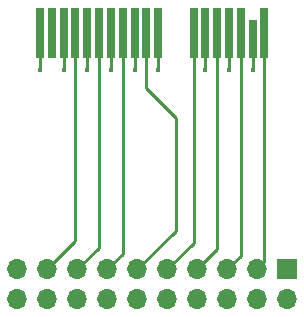
<source format=gbr>
%TF.GenerationSoftware,KiCad,Pcbnew,7.0.7-7.0.7~ubuntu22.04.1*%
%TF.CreationDate,2023-10-27T12:25:05+02:00*%
%TF.ProjectId,logic_probe,6c6f6769-635f-4707-926f-62652e6b6963,rev?*%
%TF.SameCoordinates,Original*%
%TF.FileFunction,Copper,L4,Bot*%
%TF.FilePolarity,Positive*%
%FSLAX46Y46*%
G04 Gerber Fmt 4.6, Leading zero omitted, Abs format (unit mm)*
G04 Created by KiCad (PCBNEW 7.0.7-7.0.7~ubuntu22.04.1) date 2023-10-27 12:25:05*
%MOMM*%
%LPD*%
G01*
G04 APERTURE LIST*
%TA.AperFunction,ComponentPad*%
%ADD10R,1.700000X1.700000*%
%TD*%
%TA.AperFunction,ComponentPad*%
%ADD11O,1.700000X1.700000*%
%TD*%
%TA.AperFunction,ConnectorPad*%
%ADD12R,0.700000X4.300000*%
%TD*%
%TA.AperFunction,ConnectorPad*%
%ADD13R,0.700000X3.200000*%
%TD*%
%TA.AperFunction,ViaPad*%
%ADD14C,0.400000*%
%TD*%
%TA.AperFunction,Conductor*%
%ADD15C,0.250000*%
%TD*%
G04 APERTURE END LIST*
D10*
%TO.P,J2,1,Pin_1*%
%TO.N,GND*%
X111435000Y-102350000D03*
D11*
%TO.P,J2,2,Pin_2*%
X111435000Y-104890000D03*
%TO.P,J2,3,Pin_3*%
%TO.N,/D0*%
X108895000Y-102350000D03*
%TO.P,J2,4,Pin_4*%
%TO.N,/D8*%
X108895000Y-104890000D03*
%TO.P,J2,5,Pin_5*%
%TO.N,/D1*%
X106355000Y-102350000D03*
%TO.P,J2,6,Pin_6*%
%TO.N,/D9*%
X106355000Y-104890000D03*
%TO.P,J2,7,Pin_7*%
%TO.N,/D2*%
X103815000Y-102350000D03*
%TO.P,J2,8,Pin_8*%
%TO.N,/D10*%
X103815000Y-104890000D03*
%TO.P,J2,9,Pin_9*%
%TO.N,/D3*%
X101275000Y-102350000D03*
%TO.P,J2,10,Pin_10*%
%TO.N,/D11*%
X101275000Y-104890000D03*
%TO.P,J2,11,Pin_11*%
%TO.N,/D4*%
X98735000Y-102350000D03*
%TO.P,J2,12,Pin_12*%
%TO.N,/D12*%
X98735000Y-104890000D03*
%TO.P,J2,13,Pin_13*%
%TO.N,/D5*%
X96195000Y-102350000D03*
%TO.P,J2,14,Pin_14*%
%TO.N,/D13*%
X96195000Y-104890000D03*
%TO.P,J2,15,Pin_15*%
%TO.N,/D6*%
X93655000Y-102350000D03*
%TO.P,J2,16,Pin_16*%
%TO.N,/D14*%
X93655000Y-104890000D03*
%TO.P,J2,17,Pin_17*%
%TO.N,/D7*%
X91115000Y-102350000D03*
%TO.P,J2,18,Pin_18*%
%TO.N,/D15*%
X91115000Y-104890000D03*
%TO.P,J2,19,Pin_19*%
%TO.N,GND*%
X88575000Y-102350000D03*
%TO.P,J2,20,Pin_20*%
X88575000Y-104890000D03*
%TD*%
D12*
%TO.P,J1,B18,B18*%
%TO.N,/D0*%
X109500000Y-82300000D03*
D13*
%TO.P,J1,B17,B17*%
%TO.N,GND*%
X108500000Y-82850000D03*
D12*
%TO.P,J1,B16,B16*%
%TO.N,/D1*%
X107500000Y-82300000D03*
%TO.P,J1,B15,B15*%
%TO.N,GND*%
X106500000Y-82300000D03*
%TO.P,J1,B14,B14*%
%TO.N,/D2*%
X105500000Y-82300000D03*
%TO.P,J1,B13,B13*%
%TO.N,GND*%
X104500000Y-82300000D03*
%TO.P,J1,B12,B12*%
%TO.N,/D3*%
X103500000Y-82300000D03*
%TO.P,J1,B11,B11*%
%TO.N,GND*%
X100500000Y-82300000D03*
%TO.P,J1,B10,B10*%
%TO.N,/D4*%
X99500000Y-82300000D03*
%TO.P,J1,B9,B9*%
%TO.N,GND*%
X98500000Y-82300000D03*
%TO.P,J1,B8,B8*%
%TO.N,/D5*%
X97500000Y-82300000D03*
%TO.P,J1,B7,B7*%
%TO.N,GND*%
X96500000Y-82300000D03*
%TO.P,J1,B6,B6*%
%TO.N,/D6*%
X95500000Y-82300000D03*
%TO.P,J1,B5,B5*%
%TO.N,GND*%
X94500000Y-82300000D03*
%TO.P,J1,B4,B4*%
%TO.N,/D7*%
X93500000Y-82300000D03*
%TO.P,J1,B3,B3*%
%TO.N,GND*%
X92500000Y-82300000D03*
%TO.P,J1,B2,B2*%
%TO.N,unconnected-(J1-PadB2)*%
X91500000Y-82300000D03*
%TO.P,J1,B1,B1*%
%TO.N,GND*%
X90500000Y-82300000D03*
%TD*%
D14*
%TO.N,GND*%
X108500000Y-85500000D03*
X106500000Y-85500000D03*
X104500000Y-85500000D03*
X100500000Y-85500000D03*
X98500000Y-85500000D03*
X96500000Y-85500000D03*
X94500000Y-85500000D03*
X92500000Y-85500000D03*
X90500000Y-85500000D03*
%TD*%
D15*
%TO.N,/D4*%
X98735000Y-102350000D02*
X102000000Y-99085000D01*
X102000000Y-99085000D02*
X102000000Y-89500000D01*
X102000000Y-89500000D02*
X99500000Y-87000000D01*
X99500000Y-87000000D02*
X99500000Y-82300000D01*
%TO.N,/D0*%
X108895000Y-102350000D02*
X109500000Y-101745000D01*
X109500000Y-101745000D02*
X109500000Y-82300000D01*
%TO.N,/D1*%
X106355000Y-102350000D02*
X107500000Y-101205000D01*
X107500000Y-101205000D02*
X107500000Y-82300000D01*
%TO.N,/D2*%
X103815000Y-102350000D02*
X105500000Y-100665000D01*
X105500000Y-100665000D02*
X105500000Y-82300000D01*
%TO.N,/D3*%
X101275000Y-102350000D02*
X103500000Y-100125000D01*
X103500000Y-100125000D02*
X103500000Y-82300000D01*
%TO.N,/D5*%
X96195000Y-102350000D02*
X97500000Y-101045000D01*
X97500000Y-101045000D02*
X97500000Y-82300000D01*
%TO.N,/D6*%
X93655000Y-102350000D02*
X95500000Y-100505000D01*
X95500000Y-100505000D02*
X95500000Y-82300000D01*
%TO.N,/D7*%
X91115000Y-102350000D02*
X93500000Y-99965000D01*
X93500000Y-99965000D02*
X93500000Y-82300000D01*
%TO.N,GND*%
X108500000Y-82850000D02*
X108500000Y-85500000D01*
X106500000Y-82300000D02*
X106500000Y-85500000D01*
X104500000Y-82300000D02*
X104500000Y-85500000D01*
X100500000Y-82300000D02*
X100500000Y-85500000D01*
X98500000Y-82300000D02*
X98500000Y-85500000D01*
X96500000Y-82300000D02*
X96500000Y-85500000D01*
X94500000Y-82300000D02*
X94500000Y-85500000D01*
X92500000Y-82300000D02*
X92500000Y-85500000D01*
X90500000Y-82300000D02*
X90500000Y-85500000D01*
%TD*%
M02*

</source>
